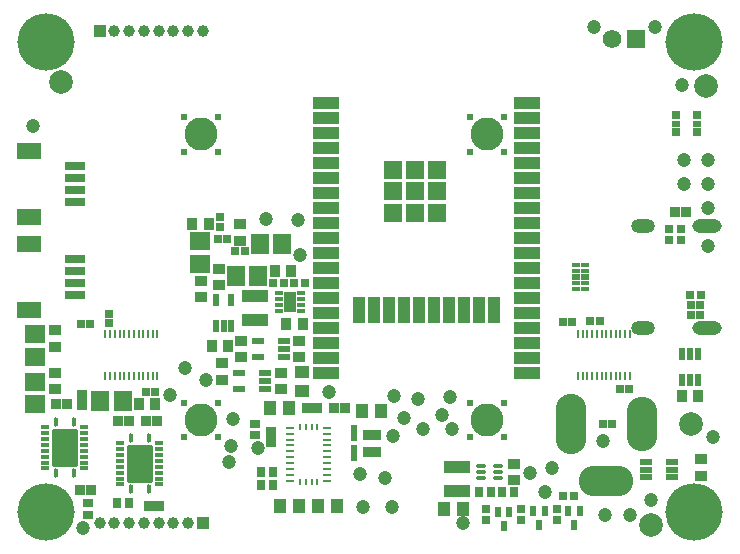
<source format=gts>
G04*
G04 #@! TF.GenerationSoftware,Altium Limited,Altium Designer,20.0.13 (296)*
G04*
G04 Layer_Color=8388736*
%FSLAX44Y44*%
%MOMM*%
G71*
G01*
G75*
%ADD48R,0.6750X0.2500*%
%ADD49R,0.2500X0.5750*%
G04:AMPARAMS|DCode=55|XSize=0.38mm|YSize=0.74mm|CornerRadius=0.13mm|HoleSize=0mm|Usage=FLASHONLY|Rotation=90.000|XOffset=0mm|YOffset=0mm|HoleType=Round|Shape=RoundedRectangle|*
%AMROUNDEDRECTD55*
21,1,0.3800,0.4800,0,0,90.0*
21,1,0.1200,0.7400,0,0,90.0*
1,1,0.2600,0.2400,0.0600*
1,1,0.2600,0.2400,-0.0600*
1,1,0.2600,-0.2400,-0.0600*
1,1,0.2600,-0.2400,0.0600*
%
%ADD55ROUNDEDRECTD55*%
G04:AMPARAMS|DCode=56|XSize=0.39mm|YSize=0.79mm|CornerRadius=0.1325mm|HoleSize=0mm|Usage=FLASHONLY|Rotation=0.000|XOffset=0mm|YOffset=0mm|HoleType=Round|Shape=RoundedRectangle|*
%AMROUNDEDRECTD56*
21,1,0.3900,0.5250,0,0,0.0*
21,1,0.1250,0.7900,0,0,0.0*
1,1,0.2650,0.0625,-0.2625*
1,1,0.2650,-0.0625,-0.2625*
1,1,0.2650,-0.0625,0.2625*
1,1,0.2650,0.0625,0.2625*
%
%ADD56ROUNDEDRECTD56*%
G04:AMPARAMS|DCode=57|XSize=2.19mm|YSize=3.19mm|CornerRadius=0.1213mm|HoleSize=0mm|Usage=FLASHONLY|Rotation=0.000|XOffset=0mm|YOffset=0mm|HoleType=Round|Shape=RoundedRectangle|*
%AMROUNDEDRECTD57*
21,1,2.1900,2.9475,0,0,0.0*
21,1,1.9475,3.1900,0,0,0.0*
1,1,0.2425,0.9738,-1.4738*
1,1,0.2425,-0.9738,-1.4738*
1,1,0.2425,-0.9738,1.4738*
1,1,0.2425,0.9738,1.4738*
%
%ADD57ROUNDEDRECTD57*%
%ADD58R,0.8232X0.8232*%
%ADD59R,0.2500X0.7500*%
%ADD60C,1.2032*%
%ADD61R,2.2032X1.1032*%
%ADD62R,1.5332X1.5332*%
%ADD63R,1.1032X2.2032*%
%ADD64C,2.0000*%
%ADD65R,1.1032X0.9032*%
%ADD66R,0.8232X0.8232*%
%ADD67R,0.8532X0.7532*%
%ADD68R,0.7532X0.8532*%
%ADD69R,0.9032X1.1032*%
%ADD70R,1.0000X0.5000*%
%ADD71R,0.5000X1.0000*%
G04:AMPARAMS|DCode=72|XSize=0.4mm|YSize=0.77mm|CornerRadius=0.0995mm|HoleSize=0mm|Usage=FLASHONLY|Rotation=270.000|XOffset=0mm|YOffset=0mm|HoleType=Round|Shape=RoundedRectangle|*
%AMROUNDEDRECTD72*
21,1,0.4000,0.5710,0,0,270.0*
21,1,0.2010,0.7700,0,0,270.0*
1,1,0.1990,-0.2855,-0.1005*
1,1,0.1990,-0.2855,0.1005*
1,1,0.1990,0.2855,0.1005*
1,1,0.1990,0.2855,-0.1005*
%
%ADD72ROUNDEDRECTD72*%
%ADD73R,2.2032X1.0032*%
%ADD74R,1.1032X1.2032*%
%ADD75R,0.6532X0.7532*%
%ADD76R,1.0400X1.7400*%
%ADD77R,0.6400X0.4200*%
%ADD78R,0.7232X0.7232*%
%ADD79R,0.7520X0.7520*%
%ADD80R,0.7520X0.5520*%
%ADD81R,0.6500X0.4000*%
%ADD82R,0.6500X0.5000*%
%ADD83R,1.5032X1.7032*%
%ADD84R,1.7032X1.5032*%
%ADD85R,0.7232X0.7232*%
%ADD86R,1.7532X0.8032*%
%ADD87R,2.0032X1.4032*%
%ADD88R,0.5032X0.9132*%
%ADD89R,0.7532X0.6532*%
%ADD90R,1.6032X0.9532*%
%ADD91R,1.2032X1.1032*%
%ADD92R,0.6232X0.6632*%
%ADD93R,0.5532X1.0532*%
%ADD94R,1.0532X0.5532*%
%ADD95O,0.6096X0.6092*%
%ADD96O,4.6000X2.6000*%
%ADD97O,2.6000X5.1000*%
%ADD98O,2.6000X4.6000*%
%ADD99C,2.0032*%
%ADD100C,1.0032*%
%ADD101R,1.0032X1.0032*%
%ADD102C,4.8500*%
%ADD103R,1.5712X1.5712*%
%ADD104C,1.5712*%
%ADD105O,2.0000X1.2000*%
%ADD106O,2.5000X1.2000*%
%ADD107C,2.8000*%
%ADD108C,0.5032*%
%ADD109C,0.6080*%
G36*
X363000Y309300D02*
X349700D01*
Y322600D01*
X363000D01*
Y309300D01*
D02*
G37*
G36*
X344650D02*
X331350D01*
Y322600D01*
X344650D01*
Y309300D01*
D02*
G37*
G36*
X326300D02*
X313000D01*
Y322600D01*
X326300D01*
Y309300D01*
D02*
G37*
G36*
X363000Y290950D02*
X349700D01*
Y304250D01*
X363000D01*
Y290950D01*
D02*
G37*
G36*
X344650D02*
X331350D01*
Y304250D01*
X344650D01*
Y290950D01*
D02*
G37*
G36*
X326300D02*
X313000D01*
Y304250D01*
X326300D01*
Y290950D01*
D02*
G37*
G36*
X363000Y272600D02*
X349700D01*
Y285900D01*
X363000D01*
Y272600D01*
D02*
G37*
G36*
X344650D02*
X331350D01*
Y285900D01*
X344650D01*
Y272600D01*
D02*
G37*
G36*
X326300D02*
X313000D01*
Y285900D01*
X326300D01*
Y272600D01*
D02*
G37*
D48*
X263625Y97500D02*
D03*
Y52500D02*
D03*
Y57500D02*
D03*
Y62500D02*
D03*
Y67500D02*
D03*
Y72500D02*
D03*
Y77500D02*
D03*
Y82500D02*
D03*
Y87500D02*
D03*
Y92500D02*
D03*
X232375Y97500D02*
D03*
Y92500D02*
D03*
Y87500D02*
D03*
Y82500D02*
D03*
Y77500D02*
D03*
Y72500D02*
D03*
Y67500D02*
D03*
Y62500D02*
D03*
Y57500D02*
D03*
Y52500D02*
D03*
D49*
X240500Y51875D02*
D03*
X245500D02*
D03*
X250500D02*
D03*
X255500D02*
D03*
Y98125D02*
D03*
X250500D02*
D03*
X245500D02*
D03*
X240500D02*
D03*
D55*
X25000Y98000D02*
D03*
Y93000D02*
D03*
Y88000D02*
D03*
Y83000D02*
D03*
Y78000D02*
D03*
Y73000D02*
D03*
Y68000D02*
D03*
X58000Y63000D02*
D03*
Y68000D02*
D03*
Y73000D02*
D03*
Y78000D02*
D03*
Y83000D02*
D03*
Y88000D02*
D03*
Y93000D02*
D03*
X25000Y63000D02*
D03*
X58000Y98000D02*
D03*
X88500Y84500D02*
D03*
Y79500D02*
D03*
Y74500D02*
D03*
Y69500D02*
D03*
Y64500D02*
D03*
Y59500D02*
D03*
Y54500D02*
D03*
X121500Y49500D02*
D03*
Y54500D02*
D03*
Y59500D02*
D03*
Y64500D02*
D03*
Y69500D02*
D03*
Y74500D02*
D03*
Y79500D02*
D03*
X88500Y49500D02*
D03*
X121500Y84500D02*
D03*
D56*
X49000Y102000D02*
D03*
X34000D02*
D03*
X49000Y59000D02*
D03*
X34000D02*
D03*
X112500Y88500D02*
D03*
X97500D02*
D03*
X112500Y45500D02*
D03*
X97500D02*
D03*
D57*
X41500Y80500D02*
D03*
X105000Y67000D02*
D03*
D58*
X567364Y280162D02*
D03*
X558364D02*
D03*
X54500Y45000D02*
D03*
X63500D02*
D03*
X34000Y118000D02*
D03*
X43000D02*
D03*
X110500Y103000D02*
D03*
X119500D02*
D03*
X86500D02*
D03*
X95500D02*
D03*
X112500Y31000D02*
D03*
X121500D02*
D03*
X269500Y114000D02*
D03*
X278500D02*
D03*
X255500Y114000D02*
D03*
X246500D02*
D03*
D59*
X76000Y176750D02*
D03*
X80000D02*
D03*
X84000D02*
D03*
X88000D02*
D03*
X92000D02*
D03*
X96000D02*
D03*
X100000D02*
D03*
X104000D02*
D03*
X108000D02*
D03*
X112000D02*
D03*
X116000D02*
D03*
X120000D02*
D03*
X76000Y141250D02*
D03*
X80000D02*
D03*
X84000D02*
D03*
X88000D02*
D03*
X92000D02*
D03*
X96000D02*
D03*
X100000D02*
D03*
X104000D02*
D03*
X108000D02*
D03*
X112000D02*
D03*
X116000D02*
D03*
X120000D02*
D03*
X476000Y176750D02*
D03*
X480000D02*
D03*
X484000D02*
D03*
X488000D02*
D03*
X492000D02*
D03*
X496000D02*
D03*
X500000D02*
D03*
X504000D02*
D03*
X508000D02*
D03*
X512000D02*
D03*
X516000D02*
D03*
X520000D02*
D03*
X476000Y141250D02*
D03*
X480000D02*
D03*
X484000D02*
D03*
X488000D02*
D03*
X492000D02*
D03*
X496000D02*
D03*
X500000D02*
D03*
X504000D02*
D03*
X508000D02*
D03*
X512000D02*
D03*
X516000D02*
D03*
X520000D02*
D03*
D60*
X519844Y23692D02*
D03*
X586037Y251614D02*
D03*
X130412Y124877D02*
D03*
X499000Y24000D02*
D03*
X497000Y86000D02*
D03*
X537858Y36186D02*
D03*
X590000Y90000D02*
D03*
X160919Y138035D02*
D03*
X57000Y13000D02*
D03*
X435081Y59487D02*
D03*
X143000Y148000D02*
D03*
X240627Y244018D02*
D03*
X212321Y273958D02*
D03*
X369000Y96000D02*
D03*
X184000Y105000D02*
D03*
X379000Y17000D02*
D03*
X265318Y127933D02*
D03*
X205000Y80000D02*
D03*
X294000Y30000D02*
D03*
X318874D02*
D03*
X182644Y82103D02*
D03*
X564000Y388000D02*
D03*
X320328Y124069D02*
D03*
X180602Y68454D02*
D03*
X490000Y437000D02*
D03*
X541000D02*
D03*
X319686Y90864D02*
D03*
X328700Y105499D02*
D03*
X341000Y122000D02*
D03*
X367284Y123444D02*
D03*
X360803Y108584D02*
D03*
X312794Y54858D02*
D03*
X344424Y96266D02*
D03*
X291718Y58510D02*
D03*
X239037Y272959D02*
D03*
X586000Y323826D02*
D03*
X566000Y303826D02*
D03*
Y323826D02*
D03*
X586000Y283826D02*
D03*
Y303826D02*
D03*
X448000Y43000D02*
D03*
X454000Y63000D02*
D03*
X15000Y353000D02*
D03*
D61*
X433000Y194800D02*
D03*
X263000D02*
D03*
Y182100D02*
D03*
Y169400D02*
D03*
Y156700D02*
D03*
Y144000D02*
D03*
X433000D02*
D03*
Y156700D02*
D03*
Y169400D02*
D03*
Y182100D02*
D03*
Y207500D02*
D03*
Y220200D02*
D03*
Y232900D02*
D03*
Y245600D02*
D03*
Y258300D02*
D03*
Y271000D02*
D03*
Y283700D02*
D03*
Y296400D02*
D03*
Y309100D02*
D03*
Y321800D02*
D03*
Y334500D02*
D03*
Y347200D02*
D03*
Y359900D02*
D03*
Y372600D02*
D03*
X263000D02*
D03*
Y359900D02*
D03*
Y347200D02*
D03*
Y334500D02*
D03*
Y321800D02*
D03*
Y309100D02*
D03*
Y296400D02*
D03*
Y283700D02*
D03*
Y271000D02*
D03*
Y258300D02*
D03*
Y245600D02*
D03*
Y232900D02*
D03*
Y220200D02*
D03*
Y207500D02*
D03*
D62*
X356350Y279250D02*
D03*
X319650Y315950D02*
D03*
X338000D02*
D03*
X356350D02*
D03*
X319650Y297600D02*
D03*
X338000D02*
D03*
X356350D02*
D03*
X319650Y279250D02*
D03*
X338000D02*
D03*
D63*
X290850Y197500D02*
D03*
X303550D02*
D03*
X316250D02*
D03*
X328950D02*
D03*
X341650D02*
D03*
X354350D02*
D03*
X367050D02*
D03*
X379750D02*
D03*
X392450D02*
D03*
X405150D02*
D03*
D64*
X38000Y390500D02*
D03*
X538000Y15000D02*
D03*
X584767Y387000D02*
D03*
D65*
X225000Y130000D02*
D03*
Y144000D02*
D03*
X33000Y144000D02*
D03*
Y130000D02*
D03*
X240000Y171000D02*
D03*
Y157000D02*
D03*
X175000Y138000D02*
D03*
Y152000D02*
D03*
X191000Y157000D02*
D03*
Y171000D02*
D03*
X157000Y222000D02*
D03*
Y208000D02*
D03*
X422000Y53000D02*
D03*
Y67000D02*
D03*
X190000Y256000D02*
D03*
Y270000D02*
D03*
X172000Y232000D02*
D03*
Y218000D02*
D03*
X33000Y180000D02*
D03*
Y166000D02*
D03*
X580000Y71000D02*
D03*
Y57000D02*
D03*
D66*
X56000Y116500D02*
D03*
Y125500D02*
D03*
X216000Y85000D02*
D03*
Y94000D02*
D03*
D67*
X61000Y24000D02*
D03*
Y34000D02*
D03*
X203000Y91000D02*
D03*
Y101000D02*
D03*
D68*
X96000Y34000D02*
D03*
X86000D02*
D03*
X422000Y43000D02*
D03*
X412000D02*
D03*
X402000Y43000D02*
D03*
X392000D02*
D03*
X218000Y60000D02*
D03*
X208000D02*
D03*
X218000Y49000D02*
D03*
X208000D02*
D03*
D69*
X166000Y167000D02*
D03*
X180000D02*
D03*
X229000Y185000D02*
D03*
X243000D02*
D03*
X219473Y230456D02*
D03*
X233473D02*
D03*
X163486Y269704D02*
D03*
X149486D02*
D03*
X118000Y118000D02*
D03*
X104000D02*
D03*
X578000Y124000D02*
D03*
X564000D02*
D03*
D70*
X211000Y137000D02*
D03*
Y130500D02*
D03*
X189000D02*
D03*
X211000Y143500D02*
D03*
X189000D02*
D03*
X227000Y164000D02*
D03*
Y157500D02*
D03*
X205000D02*
D03*
X227000Y170500D02*
D03*
X205000D02*
D03*
D71*
X182500Y206000D02*
D03*
Y184000D02*
D03*
X169500Y206000D02*
D03*
Y184000D02*
D03*
X176000D02*
D03*
D72*
X393600Y60000D02*
D03*
X408400Y55000D02*
D03*
Y60000D02*
D03*
Y65000D02*
D03*
X393600D02*
D03*
Y55000D02*
D03*
D73*
X374000Y64000D02*
D03*
Y44000D02*
D03*
X203000Y209000D02*
D03*
Y189000D02*
D03*
D74*
X363000Y29000D02*
D03*
X379000D02*
D03*
X240000Y31000D02*
D03*
X224000D02*
D03*
X272000D02*
D03*
X256000D02*
D03*
X309000Y112000D02*
D03*
X293000D02*
D03*
X215000Y114000D02*
D03*
X231000D02*
D03*
D75*
X244500Y220000D02*
D03*
X235500D02*
D03*
X227000D02*
D03*
X218000D02*
D03*
X463500Y40000D02*
D03*
X472500D02*
D03*
X571086Y210268D02*
D03*
X580086D02*
D03*
D76*
X232000Y204000D02*
D03*
D77*
X241500Y196500D02*
D03*
Y201500D02*
D03*
Y206500D02*
D03*
Y211500D02*
D03*
X222500Y196500D02*
D03*
Y201500D02*
D03*
Y206500D02*
D03*
Y211500D02*
D03*
D78*
X519500Y130000D02*
D03*
X511500D02*
D03*
X486500Y187500D02*
D03*
X494500D02*
D03*
X471000Y187000D02*
D03*
X463000D02*
D03*
X179000Y257000D02*
D03*
X171000D02*
D03*
X194014Y246844D02*
D03*
X186014D02*
D03*
X571514Y192819D02*
D03*
X579514D02*
D03*
X571586Y201632D02*
D03*
X579586D02*
D03*
X110000Y128000D02*
D03*
X118000D02*
D03*
X505000Y101000D02*
D03*
X497000D02*
D03*
X55000Y185000D02*
D03*
X63000D02*
D03*
D79*
X559000Y362500D02*
D03*
Y347500D02*
D03*
X577000D02*
D03*
Y362500D02*
D03*
D80*
X559000Y355000D02*
D03*
X577000D02*
D03*
D81*
X481900Y215000D02*
D03*
Y220000D02*
D03*
Y230000D02*
D03*
Y235000D02*
D03*
X474100D02*
D03*
Y230000D02*
D03*
Y220000D02*
D03*
Y215000D02*
D03*
D82*
X481900Y225000D02*
D03*
X474100D02*
D03*
D83*
X206500Y253000D02*
D03*
X225500D02*
D03*
X186500Y226000D02*
D03*
X205500D02*
D03*
X90500Y120000D02*
D03*
X71500D02*
D03*
D84*
X156000Y255500D02*
D03*
Y236500D02*
D03*
X16000Y136500D02*
D03*
Y117500D02*
D03*
Y176500D02*
D03*
Y157500D02*
D03*
D85*
X172900Y275500D02*
D03*
Y267500D02*
D03*
X79000Y194000D02*
D03*
Y186000D02*
D03*
D86*
X50375Y288800D02*
D03*
Y298800D02*
D03*
Y308800D02*
D03*
Y318800D02*
D03*
Y210000D02*
D03*
Y220000D02*
D03*
Y230000D02*
D03*
Y240000D02*
D03*
D87*
X11625Y331800D02*
D03*
Y275800D02*
D03*
Y253000D02*
D03*
Y197000D02*
D03*
D88*
X448000Y27100D02*
D03*
X438000D02*
D03*
X443000Y14900D02*
D03*
X418000Y26100D02*
D03*
X408000D02*
D03*
X413000Y13900D02*
D03*
X478000Y27100D02*
D03*
X468000D02*
D03*
X473000Y14900D02*
D03*
D89*
X398000Y28500D02*
D03*
Y19500D02*
D03*
X428000Y28500D02*
D03*
Y19500D02*
D03*
X458000Y28500D02*
D03*
Y19500D02*
D03*
X562993Y256492D02*
D03*
Y265493D02*
D03*
X552993D02*
D03*
Y256492D02*
D03*
D90*
X301500Y77150D02*
D03*
Y91750D02*
D03*
D91*
X242000Y129000D02*
D03*
Y145000D02*
D03*
D92*
X286250Y96500D02*
D03*
Y89900D02*
D03*
Y72900D02*
D03*
Y79500D02*
D03*
D93*
X577500Y160000D02*
D03*
X571000D02*
D03*
X564500D02*
D03*
Y138000D02*
D03*
X571000D02*
D03*
X577500D02*
D03*
D94*
X555677Y68466D02*
D03*
Y61966D02*
D03*
Y55466D02*
D03*
X533677D02*
D03*
Y61966D02*
D03*
Y68466D02*
D03*
D95*
X41500Y93250D02*
D03*
X41500Y67750D02*
D03*
X33750Y80500D02*
D03*
X49250D02*
D03*
X105000Y79750D02*
D03*
X105000Y54250D02*
D03*
X97250Y67000D02*
D03*
X112750D02*
D03*
D96*
X499750Y52750D02*
D03*
D97*
X470000Y101000D02*
D03*
D98*
X530000Y101000D02*
D03*
D99*
X571750Y101000D02*
D03*
D100*
X158500Y433000D02*
D03*
X146000D02*
D03*
X108500D02*
D03*
X96000D02*
D03*
X83500D02*
D03*
X121000D02*
D03*
X133500D02*
D03*
X71000Y17000D02*
D03*
X96000D02*
D03*
X83500D02*
D03*
X146000D02*
D03*
X133500D02*
D03*
X108500D02*
D03*
X121000D02*
D03*
D101*
X71000Y433000D02*
D03*
X158500Y17000D02*
D03*
D102*
X26000Y424000D02*
D03*
X574000Y26000D02*
D03*
X26000D02*
D03*
X574000Y424000D02*
D03*
D103*
X525000Y427000D02*
D03*
D104*
X505000D02*
D03*
D105*
X531509Y268263D02*
D03*
Y181862D02*
D03*
D106*
X585109Y268263D02*
D03*
Y181862D02*
D03*
D107*
X157000Y346000D02*
D03*
Y104000D02*
D03*
X399000Y104000D02*
D03*
Y346000D02*
D03*
D108*
X232000Y209000D02*
D03*
Y199000D02*
D03*
D109*
X171673Y360672D02*
D03*
X142327Y331328D02*
D03*
Y360672D02*
D03*
X171673Y331328D02*
D03*
Y89328D02*
D03*
X142327Y118672D02*
D03*
Y89328D02*
D03*
X171673Y118672D02*
D03*
X413673D02*
D03*
X384328Y89328D02*
D03*
X384327Y118672D02*
D03*
X413673Y89328D02*
D03*
Y331328D02*
D03*
X384327Y360672D02*
D03*
X384328Y331328D02*
D03*
X413673Y360672D02*
D03*
M02*

</source>
